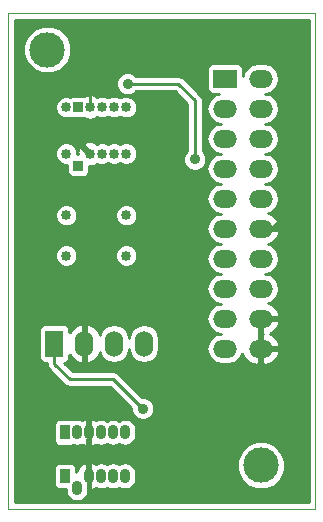
<source format=gbl>
G04 (created by PCBNEW (2013-07-07 BZR 4022)-stable) date 03/02/2014 00:35:57*
%MOIN*%
G04 Gerber Fmt 3.4, Leading zero omitted, Abs format*
%FSLAX34Y34*%
G01*
G70*
G90*
G04 APERTURE LIST*
%ADD10C,0.00590551*%
%ADD11C,0.00393701*%
%ADD12C,0.0334646*%
%ADD13R,0.0787X0.06*%
%ADD14O,0.0787X0.06*%
%ADD15R,0.06X0.0866*%
%ADD16O,0.06X0.0866*%
%ADD17R,0.0334646X0.0334646*%
%ADD18R,0.0346457X0.0472441*%
%ADD19O,0.0346457X0.0472441*%
%ADD20C,0.1181*%
%ADD21C,0.035*%
%ADD22C,0.01*%
G04 APERTURE END LIST*
G54D10*
G54D11*
X10236Y-16535D02*
X10236Y-13779D01*
X0Y-16535D02*
X10236Y-16535D01*
X0Y-13779D02*
X0Y-16535D01*
X0Y0D02*
X10236Y0D01*
X0Y-13779D02*
X0Y0D01*
X10236Y0D02*
X10236Y-13779D01*
G54D12*
X1928Y-6742D03*
X3928Y-6742D03*
G54D13*
X7219Y-2187D03*
G54D14*
X8413Y-2187D03*
X7219Y-3187D03*
X8413Y-3187D03*
X7219Y-4187D03*
X8413Y-4187D03*
X7219Y-5187D03*
X8413Y-5187D03*
X7219Y-6187D03*
X8413Y-6187D03*
X7219Y-7187D03*
X8413Y-7187D03*
X7219Y-8187D03*
X8413Y-8187D03*
X7219Y-9187D03*
X8413Y-9187D03*
X7219Y-10187D03*
X8413Y-10187D03*
X7219Y-11187D03*
X8413Y-11187D03*
G54D15*
X1531Y-11023D03*
G54D16*
X2531Y-11023D03*
X3531Y-11023D03*
X4531Y-11023D03*
G54D12*
X2728Y-4692D03*
X3128Y-4692D03*
G54D17*
X2328Y-5092D03*
G54D12*
X3528Y-4692D03*
X1928Y-4692D03*
X3928Y-4692D03*
X2728Y-3142D03*
X3128Y-3142D03*
G54D17*
X2328Y-3142D03*
G54D12*
X3528Y-3142D03*
X1928Y-3142D03*
X3928Y-3142D03*
G54D18*
X1889Y-15433D03*
G54D19*
X2289Y-15833D03*
X2689Y-15433D03*
X3089Y-15433D03*
X3489Y-15433D03*
X3889Y-15433D03*
G54D18*
X1889Y-13976D03*
G54D19*
X2289Y-13976D03*
X2689Y-13976D03*
X3089Y-13976D03*
X3489Y-13976D03*
X3889Y-13976D03*
G54D12*
X1928Y-8092D03*
X3928Y-8092D03*
G54D20*
X8425Y-15078D03*
X1299Y-1220D03*
G54D21*
X3976Y-2362D03*
X6220Y-4881D03*
X4488Y-13188D03*
G54D22*
X5669Y-2362D02*
X3976Y-2362D01*
X6220Y-2913D02*
X5669Y-2362D01*
X6220Y-4881D02*
X6220Y-2913D01*
X2728Y-3142D02*
X2728Y-2153D01*
X8757Y-7187D02*
X8316Y-7187D01*
X9448Y-6496D02*
X8757Y-7187D01*
X9448Y-2007D02*
X9448Y-6496D01*
X8425Y-984D02*
X9448Y-2007D01*
X3897Y-984D02*
X8425Y-984D01*
X2728Y-2153D02*
X3897Y-984D01*
X1531Y-11688D02*
X1531Y-11023D01*
X2047Y-12204D02*
X1531Y-11688D01*
X3503Y-12204D02*
X2047Y-12204D01*
X4488Y-13188D02*
X3503Y-12204D01*
G54D10*
G36*
X2753Y-3085D02*
X2753Y-3199D01*
X2734Y-3218D01*
X2728Y-3213D01*
X2723Y-3218D01*
X2703Y-3199D01*
X2703Y-3085D01*
X2723Y-3066D01*
X2728Y-3071D01*
X2734Y-3066D01*
X2753Y-3085D01*
X2753Y-3085D01*
G37*
G54D22*
X2753Y-3085D02*
X2753Y-3199D01*
X2734Y-3218D01*
X2728Y-3213D01*
X2723Y-3218D01*
X2703Y-3199D01*
X2703Y-3085D01*
X2723Y-3066D01*
X2728Y-3071D01*
X2734Y-3066D01*
X2753Y-3085D01*
G54D10*
G36*
X10009Y-16308D02*
X9223Y-16308D01*
X9223Y-14920D01*
X9102Y-14627D01*
X9039Y-14564D01*
X9039Y-11322D01*
X9039Y-11052D01*
X9033Y-11016D01*
X8927Y-10828D01*
X8757Y-10694D01*
X8734Y-10687D01*
X8757Y-10681D01*
X8927Y-10547D01*
X9033Y-10358D01*
X9039Y-10322D01*
X9039Y-10052D01*
X9033Y-10016D01*
X8927Y-9828D01*
X8757Y-9694D01*
X8660Y-9666D01*
X8712Y-9656D01*
X8877Y-9546D01*
X8987Y-9381D01*
X9025Y-9187D01*
X8987Y-8993D01*
X8877Y-8828D01*
X8712Y-8718D01*
X8556Y-8687D01*
X8712Y-8656D01*
X8877Y-8546D01*
X8987Y-8381D01*
X9025Y-8187D01*
X8987Y-7993D01*
X8877Y-7828D01*
X8712Y-7718D01*
X8660Y-7708D01*
X8757Y-7681D01*
X8927Y-7547D01*
X9033Y-7358D01*
X9039Y-7322D01*
X8991Y-7237D01*
X8463Y-7237D01*
X8463Y-7245D01*
X8363Y-7245D01*
X8363Y-7237D01*
X8355Y-7237D01*
X8355Y-7137D01*
X8363Y-7137D01*
X8363Y-7129D01*
X8463Y-7129D01*
X8463Y-7137D01*
X8991Y-7137D01*
X9039Y-7052D01*
X9033Y-7016D01*
X8927Y-6828D01*
X8757Y-6694D01*
X8660Y-6666D01*
X8712Y-6656D01*
X8877Y-6546D01*
X8987Y-6381D01*
X9025Y-6187D01*
X8987Y-5993D01*
X8877Y-5828D01*
X8712Y-5718D01*
X8556Y-5687D01*
X8712Y-5656D01*
X8877Y-5546D01*
X8987Y-5381D01*
X9025Y-5187D01*
X8987Y-4993D01*
X8877Y-4828D01*
X8712Y-4718D01*
X8556Y-4687D01*
X8712Y-4656D01*
X8877Y-4546D01*
X8987Y-4381D01*
X9025Y-4187D01*
X8987Y-3993D01*
X8877Y-3828D01*
X8712Y-3718D01*
X8556Y-3687D01*
X8712Y-3656D01*
X8877Y-3546D01*
X8987Y-3381D01*
X9025Y-3187D01*
X8987Y-2993D01*
X8877Y-2828D01*
X8712Y-2718D01*
X8556Y-2687D01*
X8712Y-2656D01*
X8877Y-2546D01*
X8987Y-2381D01*
X9025Y-2187D01*
X8987Y-1993D01*
X8877Y-1828D01*
X8712Y-1718D01*
X8518Y-1680D01*
X8307Y-1680D01*
X8113Y-1718D01*
X7949Y-1828D01*
X7839Y-1993D01*
X7820Y-2088D01*
X7820Y-1846D01*
X7788Y-1770D01*
X7730Y-1712D01*
X7654Y-1680D01*
X7571Y-1680D01*
X6784Y-1680D01*
X6708Y-1711D01*
X6649Y-1770D01*
X6618Y-1846D01*
X6618Y-1928D01*
X6618Y-2528D01*
X6649Y-2605D01*
X6707Y-2663D01*
X6784Y-2695D01*
X6866Y-2695D01*
X7038Y-2695D01*
X6919Y-2718D01*
X6755Y-2828D01*
X6645Y-2993D01*
X6606Y-3187D01*
X6645Y-3381D01*
X6755Y-3546D01*
X6919Y-3656D01*
X7076Y-3687D01*
X6919Y-3718D01*
X6755Y-3828D01*
X6645Y-3993D01*
X6606Y-4187D01*
X6645Y-4381D01*
X6755Y-4546D01*
X6919Y-4656D01*
X7076Y-4687D01*
X6919Y-4718D01*
X6755Y-4828D01*
X6645Y-4993D01*
X6606Y-5187D01*
X6645Y-5381D01*
X6755Y-5546D01*
X6919Y-5656D01*
X7076Y-5687D01*
X6919Y-5718D01*
X6755Y-5828D01*
X6645Y-5993D01*
X6606Y-6187D01*
X6645Y-6381D01*
X6755Y-6546D01*
X6919Y-6656D01*
X7076Y-6687D01*
X6919Y-6718D01*
X6755Y-6828D01*
X6645Y-6993D01*
X6606Y-7187D01*
X6645Y-7381D01*
X6755Y-7546D01*
X6919Y-7656D01*
X7076Y-7687D01*
X6919Y-7718D01*
X6755Y-7828D01*
X6645Y-7993D01*
X6606Y-8187D01*
X6645Y-8381D01*
X6755Y-8546D01*
X6919Y-8656D01*
X7076Y-8687D01*
X6919Y-8718D01*
X6755Y-8828D01*
X6645Y-8993D01*
X6606Y-9187D01*
X6645Y-9381D01*
X6755Y-9546D01*
X6919Y-9656D01*
X7076Y-9687D01*
X6919Y-9718D01*
X6755Y-9828D01*
X6645Y-9993D01*
X6606Y-10187D01*
X6645Y-10381D01*
X6755Y-10546D01*
X6919Y-10656D01*
X7076Y-10687D01*
X6919Y-10718D01*
X6755Y-10828D01*
X6645Y-10993D01*
X6606Y-11187D01*
X6645Y-11381D01*
X6755Y-11546D01*
X6919Y-11656D01*
X7113Y-11695D01*
X7324Y-11695D01*
X7518Y-11656D01*
X7683Y-11546D01*
X7793Y-11381D01*
X7796Y-11365D01*
X7898Y-11547D01*
X8068Y-11681D01*
X8276Y-11739D01*
X8363Y-11677D01*
X8363Y-11237D01*
X8355Y-11237D01*
X8355Y-11137D01*
X8363Y-11137D01*
X8363Y-10698D01*
X8348Y-10687D01*
X8363Y-10677D01*
X8363Y-10237D01*
X8355Y-10237D01*
X8355Y-10137D01*
X8363Y-10137D01*
X8363Y-10129D01*
X8463Y-10129D01*
X8463Y-10137D01*
X8991Y-10137D01*
X9039Y-10052D01*
X9039Y-10322D01*
X8991Y-10237D01*
X8463Y-10237D01*
X8463Y-10677D01*
X8477Y-10687D01*
X8463Y-10698D01*
X8463Y-11137D01*
X8991Y-11137D01*
X9039Y-11052D01*
X9039Y-11322D01*
X8991Y-11237D01*
X8463Y-11237D01*
X8463Y-11677D01*
X8550Y-11739D01*
X8757Y-11681D01*
X8927Y-11547D01*
X9033Y-11358D01*
X9039Y-11322D01*
X9039Y-14564D01*
X8877Y-14402D01*
X8584Y-14280D01*
X8267Y-14280D01*
X7973Y-14401D01*
X7749Y-14626D01*
X7627Y-14919D01*
X7627Y-15236D01*
X7748Y-15530D01*
X7972Y-15754D01*
X8265Y-15876D01*
X8583Y-15876D01*
X8876Y-15755D01*
X9101Y-15531D01*
X9223Y-15238D01*
X9223Y-14920D01*
X9223Y-16308D01*
X6603Y-16308D01*
X6603Y-4806D01*
X6544Y-4665D01*
X6477Y-4598D01*
X6477Y-2913D01*
X6477Y-2913D01*
X6477Y-2913D01*
X6474Y-2897D01*
X6458Y-2814D01*
X6402Y-2731D01*
X6402Y-2731D01*
X5851Y-2180D01*
X5767Y-2124D01*
X5669Y-2104D01*
X4259Y-2104D01*
X4193Y-2038D01*
X4052Y-1979D01*
X3900Y-1979D01*
X3760Y-2037D01*
X3652Y-2145D01*
X3593Y-2285D01*
X3593Y-2437D01*
X3651Y-2578D01*
X3759Y-2686D01*
X3899Y-2744D01*
X4052Y-2744D01*
X4192Y-2686D01*
X4259Y-2619D01*
X5562Y-2619D01*
X5962Y-3020D01*
X5962Y-4598D01*
X5896Y-4664D01*
X5838Y-4805D01*
X5837Y-4957D01*
X5896Y-5098D01*
X6003Y-5205D01*
X6144Y-5264D01*
X6296Y-5264D01*
X6436Y-5206D01*
X6544Y-5098D01*
X6602Y-4958D01*
X6603Y-4806D01*
X6603Y-16308D01*
X5038Y-16308D01*
X5038Y-11169D01*
X5038Y-10878D01*
X5000Y-10683D01*
X4890Y-10519D01*
X4725Y-10409D01*
X4531Y-10370D01*
X4337Y-10409D01*
X4303Y-10431D01*
X4303Y-8018D01*
X4303Y-6668D01*
X4303Y-4618D01*
X4303Y-3068D01*
X4246Y-2930D01*
X4141Y-2824D01*
X4003Y-2767D01*
X3854Y-2767D01*
X3728Y-2819D01*
X3603Y-2767D01*
X3454Y-2767D01*
X3328Y-2819D01*
X3203Y-2767D01*
X3054Y-2767D01*
X2942Y-2813D01*
X2936Y-2771D01*
X2778Y-2719D01*
X2613Y-2732D01*
X2529Y-2767D01*
X2454Y-2767D01*
X2120Y-2767D01*
X2097Y-2777D01*
X2097Y-1062D01*
X1976Y-769D01*
X1751Y-544D01*
X1458Y-422D01*
X1141Y-422D01*
X847Y-543D01*
X623Y-767D01*
X501Y-1061D01*
X501Y-1378D01*
X622Y-1671D01*
X846Y-1896D01*
X1139Y-2018D01*
X1457Y-2018D01*
X1750Y-1897D01*
X1975Y-1673D01*
X2097Y-1379D01*
X2097Y-1062D01*
X2097Y-2777D01*
X2061Y-2791D01*
X2003Y-2767D01*
X1854Y-2767D01*
X1716Y-2824D01*
X1611Y-2929D01*
X1554Y-3067D01*
X1553Y-3216D01*
X1610Y-3354D01*
X1716Y-3460D01*
X1853Y-3517D01*
X2002Y-3517D01*
X2061Y-3493D01*
X2119Y-3517D01*
X2202Y-3517D01*
X2531Y-3517D01*
X2678Y-3565D01*
X2844Y-3552D01*
X2936Y-3513D01*
X2942Y-3470D01*
X3053Y-3517D01*
X3202Y-3517D01*
X3328Y-3465D01*
X3453Y-3517D01*
X3602Y-3517D01*
X3728Y-3465D01*
X3853Y-3517D01*
X4002Y-3517D01*
X4140Y-3460D01*
X4246Y-3355D01*
X4303Y-3217D01*
X4303Y-3068D01*
X4303Y-4618D01*
X4246Y-4480D01*
X4141Y-4374D01*
X4003Y-4317D01*
X3854Y-4317D01*
X3728Y-4369D01*
X3603Y-4317D01*
X3454Y-4317D01*
X3328Y-4369D01*
X3203Y-4317D01*
X3054Y-4317D01*
X2942Y-4363D01*
X2936Y-4321D01*
X2778Y-4269D01*
X2613Y-4282D01*
X2520Y-4321D01*
X2509Y-4402D01*
X2728Y-4621D01*
X2734Y-4616D01*
X2753Y-4635D01*
X2753Y-4749D01*
X2734Y-4768D01*
X2728Y-4763D01*
X2723Y-4768D01*
X2652Y-4698D01*
X2658Y-4692D01*
X2439Y-4473D01*
X2357Y-4484D01*
X2306Y-4642D01*
X2312Y-4717D01*
X2303Y-4717D01*
X2303Y-4618D01*
X2246Y-4480D01*
X2141Y-4374D01*
X2003Y-4317D01*
X1854Y-4317D01*
X1716Y-4374D01*
X1611Y-4479D01*
X1554Y-4617D01*
X1553Y-4766D01*
X1610Y-4904D01*
X1716Y-5010D01*
X1853Y-5067D01*
X1953Y-5067D01*
X1953Y-5300D01*
X1985Y-5377D01*
X2043Y-5435D01*
X2119Y-5467D01*
X2202Y-5467D01*
X2537Y-5467D01*
X2613Y-5435D01*
X2671Y-5377D01*
X2703Y-5301D01*
X2703Y-5218D01*
X2703Y-5113D01*
X2844Y-5102D01*
X2936Y-5063D01*
X2942Y-5020D01*
X3053Y-5067D01*
X3202Y-5067D01*
X3328Y-5015D01*
X3453Y-5067D01*
X3602Y-5067D01*
X3728Y-5015D01*
X3853Y-5067D01*
X4002Y-5067D01*
X4140Y-5010D01*
X4246Y-4905D01*
X4303Y-4767D01*
X4303Y-4618D01*
X4303Y-6668D01*
X4246Y-6530D01*
X4141Y-6424D01*
X4003Y-6367D01*
X3854Y-6367D01*
X3716Y-6424D01*
X3611Y-6529D01*
X3554Y-6667D01*
X3553Y-6816D01*
X3610Y-6954D01*
X3716Y-7060D01*
X3853Y-7117D01*
X4002Y-7117D01*
X4140Y-7060D01*
X4246Y-6955D01*
X4303Y-6817D01*
X4303Y-6668D01*
X4303Y-8018D01*
X4246Y-7880D01*
X4141Y-7774D01*
X4003Y-7717D01*
X3854Y-7717D01*
X3716Y-7774D01*
X3611Y-7879D01*
X3554Y-8017D01*
X3553Y-8166D01*
X3610Y-8304D01*
X3716Y-8410D01*
X3853Y-8467D01*
X4002Y-8467D01*
X4140Y-8410D01*
X4246Y-8305D01*
X4303Y-8167D01*
X4303Y-8018D01*
X4303Y-10431D01*
X4172Y-10519D01*
X4062Y-10683D01*
X4031Y-10840D01*
X4000Y-10683D01*
X3890Y-10519D01*
X3725Y-10409D01*
X3531Y-10370D01*
X3337Y-10409D01*
X3172Y-10519D01*
X3062Y-10683D01*
X3051Y-10739D01*
X3020Y-10633D01*
X2885Y-10466D01*
X2695Y-10363D01*
X2666Y-10357D01*
X2581Y-10405D01*
X2581Y-10973D01*
X2589Y-10973D01*
X2589Y-11073D01*
X2581Y-11073D01*
X2581Y-11641D01*
X2666Y-11689D01*
X2695Y-11683D01*
X2885Y-11580D01*
X3020Y-11413D01*
X3051Y-11307D01*
X3062Y-11363D01*
X3172Y-11528D01*
X3337Y-11638D01*
X3531Y-11676D01*
X3725Y-11638D01*
X3890Y-11528D01*
X4000Y-11363D01*
X4031Y-11206D01*
X4062Y-11363D01*
X4172Y-11528D01*
X4337Y-11638D01*
X4531Y-11676D01*
X4725Y-11638D01*
X4890Y-11528D01*
X5000Y-11363D01*
X5038Y-11169D01*
X5038Y-16308D01*
X4870Y-16308D01*
X4870Y-13113D01*
X4812Y-12972D01*
X4705Y-12864D01*
X4564Y-12806D01*
X4469Y-12806D01*
X3686Y-12022D01*
X3602Y-11966D01*
X3503Y-11947D01*
X2153Y-11947D01*
X1870Y-11664D01*
X1872Y-11664D01*
X1948Y-11632D01*
X2007Y-11574D01*
X2038Y-11498D01*
X2039Y-11415D01*
X2039Y-11401D01*
X2042Y-11413D01*
X2177Y-11580D01*
X2367Y-11683D01*
X2396Y-11689D01*
X2481Y-11641D01*
X2481Y-11073D01*
X2473Y-11073D01*
X2473Y-10973D01*
X2481Y-10973D01*
X2481Y-10405D01*
X2396Y-10357D01*
X2367Y-10363D01*
X2303Y-10397D01*
X2303Y-8018D01*
X2303Y-6668D01*
X2246Y-6530D01*
X2141Y-6424D01*
X2003Y-6367D01*
X1854Y-6367D01*
X1716Y-6424D01*
X1611Y-6529D01*
X1554Y-6667D01*
X1553Y-6816D01*
X1610Y-6954D01*
X1716Y-7060D01*
X1853Y-7117D01*
X2002Y-7117D01*
X2140Y-7060D01*
X2246Y-6955D01*
X2303Y-6817D01*
X2303Y-6668D01*
X2303Y-8018D01*
X2246Y-7880D01*
X2141Y-7774D01*
X2003Y-7717D01*
X1854Y-7717D01*
X1716Y-7774D01*
X1611Y-7879D01*
X1554Y-8017D01*
X1553Y-8166D01*
X1610Y-8304D01*
X1716Y-8410D01*
X1853Y-8467D01*
X2002Y-8467D01*
X2140Y-8410D01*
X2246Y-8305D01*
X2303Y-8167D01*
X2303Y-8018D01*
X2303Y-10397D01*
X2177Y-10466D01*
X2042Y-10633D01*
X2039Y-10645D01*
X2039Y-10549D01*
X2007Y-10473D01*
X1949Y-10414D01*
X1872Y-10383D01*
X1790Y-10383D01*
X1190Y-10383D01*
X1114Y-10414D01*
X1055Y-10472D01*
X1024Y-10549D01*
X1023Y-10631D01*
X1023Y-11497D01*
X1055Y-11573D01*
X1113Y-11632D01*
X1190Y-11664D01*
X1272Y-11664D01*
X1274Y-11664D01*
X1274Y-11688D01*
X1293Y-11787D01*
X1349Y-11871D01*
X1865Y-12386D01*
X1865Y-12386D01*
X1948Y-12442D01*
X2047Y-12462D01*
X2047Y-12462D01*
X2047Y-12462D01*
X3397Y-12462D01*
X4105Y-13170D01*
X4105Y-13264D01*
X4163Y-13405D01*
X4271Y-13513D01*
X4411Y-13571D01*
X4563Y-13571D01*
X4704Y-13513D01*
X4812Y-13405D01*
X4870Y-13265D01*
X4870Y-13113D01*
X4870Y-16308D01*
X4270Y-16308D01*
X4270Y-15504D01*
X4270Y-15361D01*
X4270Y-14048D01*
X4270Y-13904D01*
X4241Y-13759D01*
X4158Y-13635D01*
X4035Y-13552D01*
X3889Y-13523D01*
X3744Y-13552D01*
X3689Y-13589D01*
X3635Y-13552D01*
X3489Y-13523D01*
X3344Y-13552D01*
X3289Y-13589D01*
X3235Y-13552D01*
X3089Y-13523D01*
X2944Y-13552D01*
X2924Y-13565D01*
X2804Y-13506D01*
X2739Y-13556D01*
X2739Y-13756D01*
X2738Y-13759D01*
X2709Y-13904D01*
X2709Y-14048D01*
X2738Y-14193D01*
X2739Y-14196D01*
X2739Y-14396D01*
X2804Y-14446D01*
X2924Y-14386D01*
X2944Y-14399D01*
X3089Y-14428D01*
X3235Y-14399D01*
X3289Y-14363D01*
X3344Y-14399D01*
X3489Y-14428D01*
X3635Y-14399D01*
X3689Y-14363D01*
X3744Y-14399D01*
X3889Y-14428D01*
X4035Y-14399D01*
X4158Y-14317D01*
X4241Y-14193D01*
X4270Y-14048D01*
X4270Y-15361D01*
X4241Y-15215D01*
X4158Y-15092D01*
X4035Y-15009D01*
X3889Y-14980D01*
X3744Y-15009D01*
X3689Y-15045D01*
X3635Y-15009D01*
X3489Y-14980D01*
X3344Y-15009D01*
X3289Y-15045D01*
X3235Y-15009D01*
X3089Y-14980D01*
X2944Y-15009D01*
X2924Y-15022D01*
X2804Y-14962D01*
X2739Y-15012D01*
X2739Y-15213D01*
X2738Y-15215D01*
X2709Y-15361D01*
X2709Y-15504D01*
X2738Y-15650D01*
X2739Y-15653D01*
X2739Y-15853D01*
X2804Y-15903D01*
X2924Y-15843D01*
X2944Y-15856D01*
X3089Y-15885D01*
X3235Y-15856D01*
X3289Y-15820D01*
X3344Y-15856D01*
X3489Y-15885D01*
X3635Y-15856D01*
X3689Y-15820D01*
X3744Y-15856D01*
X3889Y-15885D01*
X4035Y-15856D01*
X4158Y-15773D01*
X4241Y-15650D01*
X4270Y-15504D01*
X4270Y-16308D01*
X2670Y-16308D01*
X2670Y-15904D01*
X2670Y-15761D01*
X2670Y-14048D01*
X2670Y-13904D01*
X2641Y-13759D01*
X2639Y-13756D01*
X2639Y-13556D01*
X2574Y-13506D01*
X2454Y-13565D01*
X2435Y-13552D01*
X2289Y-13523D01*
X2150Y-13551D01*
X2104Y-13532D01*
X2021Y-13532D01*
X1675Y-13532D01*
X1599Y-13564D01*
X1540Y-13622D01*
X1509Y-13698D01*
X1509Y-13781D01*
X1509Y-14253D01*
X1540Y-14329D01*
X1598Y-14388D01*
X1675Y-14420D01*
X1757Y-14420D01*
X2104Y-14420D01*
X2150Y-14401D01*
X2289Y-14428D01*
X2435Y-14399D01*
X2454Y-14386D01*
X2574Y-14446D01*
X2639Y-14396D01*
X2639Y-14196D01*
X2641Y-14193D01*
X2670Y-14048D01*
X2670Y-15761D01*
X2641Y-15615D01*
X2639Y-15613D01*
X2639Y-15483D01*
X2631Y-15483D01*
X2631Y-15383D01*
X2639Y-15383D01*
X2639Y-15012D01*
X2574Y-14962D01*
X2430Y-15034D01*
X2321Y-15159D01*
X2270Y-15311D01*
X2270Y-15155D01*
X2238Y-15079D01*
X2180Y-15021D01*
X2104Y-14989D01*
X2021Y-14989D01*
X1675Y-14989D01*
X1599Y-15020D01*
X1540Y-15079D01*
X1509Y-15155D01*
X1509Y-15237D01*
X1509Y-15710D01*
X1540Y-15786D01*
X1598Y-15845D01*
X1675Y-15876D01*
X1757Y-15876D01*
X1909Y-15876D01*
X1909Y-15904D01*
X1938Y-16050D01*
X2020Y-16173D01*
X2144Y-16256D01*
X2289Y-16285D01*
X2435Y-16256D01*
X2558Y-16173D01*
X2641Y-16050D01*
X2670Y-15904D01*
X2670Y-16308D01*
X227Y-16308D01*
X227Y-13779D01*
X227Y-227D01*
X10009Y-227D01*
X10009Y-13779D01*
X10009Y-16308D01*
X10009Y-16308D01*
G37*
G54D22*
X10009Y-16308D02*
X9223Y-16308D01*
X9223Y-14920D01*
X9102Y-14627D01*
X9039Y-14564D01*
X9039Y-11322D01*
X9039Y-11052D01*
X9033Y-11016D01*
X8927Y-10828D01*
X8757Y-10694D01*
X8734Y-10687D01*
X8757Y-10681D01*
X8927Y-10547D01*
X9033Y-10358D01*
X9039Y-10322D01*
X9039Y-10052D01*
X9033Y-10016D01*
X8927Y-9828D01*
X8757Y-9694D01*
X8660Y-9666D01*
X8712Y-9656D01*
X8877Y-9546D01*
X8987Y-9381D01*
X9025Y-9187D01*
X8987Y-8993D01*
X8877Y-8828D01*
X8712Y-8718D01*
X8556Y-8687D01*
X8712Y-8656D01*
X8877Y-8546D01*
X8987Y-8381D01*
X9025Y-8187D01*
X8987Y-7993D01*
X8877Y-7828D01*
X8712Y-7718D01*
X8660Y-7708D01*
X8757Y-7681D01*
X8927Y-7547D01*
X9033Y-7358D01*
X9039Y-7322D01*
X8991Y-7237D01*
X8463Y-7237D01*
X8463Y-7245D01*
X8363Y-7245D01*
X8363Y-7237D01*
X8355Y-7237D01*
X8355Y-7137D01*
X8363Y-7137D01*
X8363Y-7129D01*
X8463Y-7129D01*
X8463Y-7137D01*
X8991Y-7137D01*
X9039Y-7052D01*
X9033Y-7016D01*
X8927Y-6828D01*
X8757Y-6694D01*
X8660Y-6666D01*
X8712Y-6656D01*
X8877Y-6546D01*
X8987Y-6381D01*
X9025Y-6187D01*
X8987Y-5993D01*
X8877Y-5828D01*
X8712Y-5718D01*
X8556Y-5687D01*
X8712Y-5656D01*
X8877Y-5546D01*
X8987Y-5381D01*
X9025Y-5187D01*
X8987Y-4993D01*
X8877Y-4828D01*
X8712Y-4718D01*
X8556Y-4687D01*
X8712Y-4656D01*
X8877Y-4546D01*
X8987Y-4381D01*
X9025Y-4187D01*
X8987Y-3993D01*
X8877Y-3828D01*
X8712Y-3718D01*
X8556Y-3687D01*
X8712Y-3656D01*
X8877Y-3546D01*
X8987Y-3381D01*
X9025Y-3187D01*
X8987Y-2993D01*
X8877Y-2828D01*
X8712Y-2718D01*
X8556Y-2687D01*
X8712Y-2656D01*
X8877Y-2546D01*
X8987Y-2381D01*
X9025Y-2187D01*
X8987Y-1993D01*
X8877Y-1828D01*
X8712Y-1718D01*
X8518Y-1680D01*
X8307Y-1680D01*
X8113Y-1718D01*
X7949Y-1828D01*
X7839Y-1993D01*
X7820Y-2088D01*
X7820Y-1846D01*
X7788Y-1770D01*
X7730Y-1712D01*
X7654Y-1680D01*
X7571Y-1680D01*
X6784Y-1680D01*
X6708Y-1711D01*
X6649Y-1770D01*
X6618Y-1846D01*
X6618Y-1928D01*
X6618Y-2528D01*
X6649Y-2605D01*
X6707Y-2663D01*
X6784Y-2695D01*
X6866Y-2695D01*
X7038Y-2695D01*
X6919Y-2718D01*
X6755Y-2828D01*
X6645Y-2993D01*
X6606Y-3187D01*
X6645Y-3381D01*
X6755Y-3546D01*
X6919Y-3656D01*
X7076Y-3687D01*
X6919Y-3718D01*
X6755Y-3828D01*
X6645Y-3993D01*
X6606Y-4187D01*
X6645Y-4381D01*
X6755Y-4546D01*
X6919Y-4656D01*
X7076Y-4687D01*
X6919Y-4718D01*
X6755Y-4828D01*
X6645Y-4993D01*
X6606Y-5187D01*
X6645Y-5381D01*
X6755Y-5546D01*
X6919Y-5656D01*
X7076Y-5687D01*
X6919Y-5718D01*
X6755Y-5828D01*
X6645Y-5993D01*
X6606Y-6187D01*
X6645Y-6381D01*
X6755Y-6546D01*
X6919Y-6656D01*
X7076Y-6687D01*
X6919Y-6718D01*
X6755Y-6828D01*
X6645Y-6993D01*
X6606Y-7187D01*
X6645Y-7381D01*
X6755Y-7546D01*
X6919Y-7656D01*
X7076Y-7687D01*
X6919Y-7718D01*
X6755Y-7828D01*
X6645Y-7993D01*
X6606Y-8187D01*
X6645Y-8381D01*
X6755Y-8546D01*
X6919Y-8656D01*
X7076Y-8687D01*
X6919Y-8718D01*
X6755Y-8828D01*
X6645Y-8993D01*
X6606Y-9187D01*
X6645Y-9381D01*
X6755Y-9546D01*
X6919Y-9656D01*
X7076Y-9687D01*
X6919Y-9718D01*
X6755Y-9828D01*
X6645Y-9993D01*
X6606Y-10187D01*
X6645Y-10381D01*
X6755Y-10546D01*
X6919Y-10656D01*
X7076Y-10687D01*
X6919Y-10718D01*
X6755Y-10828D01*
X6645Y-10993D01*
X6606Y-11187D01*
X6645Y-11381D01*
X6755Y-11546D01*
X6919Y-11656D01*
X7113Y-11695D01*
X7324Y-11695D01*
X7518Y-11656D01*
X7683Y-11546D01*
X7793Y-11381D01*
X7796Y-11365D01*
X7898Y-11547D01*
X8068Y-11681D01*
X8276Y-11739D01*
X8363Y-11677D01*
X8363Y-11237D01*
X8355Y-11237D01*
X8355Y-11137D01*
X8363Y-11137D01*
X8363Y-10698D01*
X8348Y-10687D01*
X8363Y-10677D01*
X8363Y-10237D01*
X8355Y-10237D01*
X8355Y-10137D01*
X8363Y-10137D01*
X8363Y-10129D01*
X8463Y-10129D01*
X8463Y-10137D01*
X8991Y-10137D01*
X9039Y-10052D01*
X9039Y-10322D01*
X8991Y-10237D01*
X8463Y-10237D01*
X8463Y-10677D01*
X8477Y-10687D01*
X8463Y-10698D01*
X8463Y-11137D01*
X8991Y-11137D01*
X9039Y-11052D01*
X9039Y-11322D01*
X8991Y-11237D01*
X8463Y-11237D01*
X8463Y-11677D01*
X8550Y-11739D01*
X8757Y-11681D01*
X8927Y-11547D01*
X9033Y-11358D01*
X9039Y-11322D01*
X9039Y-14564D01*
X8877Y-14402D01*
X8584Y-14280D01*
X8267Y-14280D01*
X7973Y-14401D01*
X7749Y-14626D01*
X7627Y-14919D01*
X7627Y-15236D01*
X7748Y-15530D01*
X7972Y-15754D01*
X8265Y-15876D01*
X8583Y-15876D01*
X8876Y-15755D01*
X9101Y-15531D01*
X9223Y-15238D01*
X9223Y-14920D01*
X9223Y-16308D01*
X6603Y-16308D01*
X6603Y-4806D01*
X6544Y-4665D01*
X6477Y-4598D01*
X6477Y-2913D01*
X6477Y-2913D01*
X6477Y-2913D01*
X6474Y-2897D01*
X6458Y-2814D01*
X6402Y-2731D01*
X6402Y-2731D01*
X5851Y-2180D01*
X5767Y-2124D01*
X5669Y-2104D01*
X4259Y-2104D01*
X4193Y-2038D01*
X4052Y-1979D01*
X3900Y-1979D01*
X3760Y-2037D01*
X3652Y-2145D01*
X3593Y-2285D01*
X3593Y-2437D01*
X3651Y-2578D01*
X3759Y-2686D01*
X3899Y-2744D01*
X4052Y-2744D01*
X4192Y-2686D01*
X4259Y-2619D01*
X5562Y-2619D01*
X5962Y-3020D01*
X5962Y-4598D01*
X5896Y-4664D01*
X5838Y-4805D01*
X5837Y-4957D01*
X5896Y-5098D01*
X6003Y-5205D01*
X6144Y-5264D01*
X6296Y-5264D01*
X6436Y-5206D01*
X6544Y-5098D01*
X6602Y-4958D01*
X6603Y-4806D01*
X6603Y-16308D01*
X5038Y-16308D01*
X5038Y-11169D01*
X5038Y-10878D01*
X5000Y-10683D01*
X4890Y-10519D01*
X4725Y-10409D01*
X4531Y-10370D01*
X4337Y-10409D01*
X4303Y-10431D01*
X4303Y-8018D01*
X4303Y-6668D01*
X4303Y-4618D01*
X4303Y-3068D01*
X4246Y-2930D01*
X4141Y-2824D01*
X4003Y-2767D01*
X3854Y-2767D01*
X3728Y-2819D01*
X3603Y-2767D01*
X3454Y-2767D01*
X3328Y-2819D01*
X3203Y-2767D01*
X3054Y-2767D01*
X2942Y-2813D01*
X2936Y-2771D01*
X2778Y-2719D01*
X2613Y-2732D01*
X2529Y-2767D01*
X2454Y-2767D01*
X2120Y-2767D01*
X2097Y-2777D01*
X2097Y-1062D01*
X1976Y-769D01*
X1751Y-544D01*
X1458Y-422D01*
X1141Y-422D01*
X847Y-543D01*
X623Y-767D01*
X501Y-1061D01*
X501Y-1378D01*
X622Y-1671D01*
X846Y-1896D01*
X1139Y-2018D01*
X1457Y-2018D01*
X1750Y-1897D01*
X1975Y-1673D01*
X2097Y-1379D01*
X2097Y-1062D01*
X2097Y-2777D01*
X2061Y-2791D01*
X2003Y-2767D01*
X1854Y-2767D01*
X1716Y-2824D01*
X1611Y-2929D01*
X1554Y-3067D01*
X1553Y-3216D01*
X1610Y-3354D01*
X1716Y-3460D01*
X1853Y-3517D01*
X2002Y-3517D01*
X2061Y-3493D01*
X2119Y-3517D01*
X2202Y-3517D01*
X2531Y-3517D01*
X2678Y-3565D01*
X2844Y-3552D01*
X2936Y-3513D01*
X2942Y-3470D01*
X3053Y-3517D01*
X3202Y-3517D01*
X3328Y-3465D01*
X3453Y-3517D01*
X3602Y-3517D01*
X3728Y-3465D01*
X3853Y-3517D01*
X4002Y-3517D01*
X4140Y-3460D01*
X4246Y-3355D01*
X4303Y-3217D01*
X4303Y-3068D01*
X4303Y-4618D01*
X4246Y-4480D01*
X4141Y-4374D01*
X4003Y-4317D01*
X3854Y-4317D01*
X3728Y-4369D01*
X3603Y-4317D01*
X3454Y-4317D01*
X3328Y-4369D01*
X3203Y-4317D01*
X3054Y-4317D01*
X2942Y-4363D01*
X2936Y-4321D01*
X2778Y-4269D01*
X2613Y-4282D01*
X2520Y-4321D01*
X2509Y-4402D01*
X2728Y-4621D01*
X2734Y-4616D01*
X2753Y-4635D01*
X2753Y-4749D01*
X2734Y-4768D01*
X2728Y-4763D01*
X2723Y-4768D01*
X2652Y-4698D01*
X2658Y-4692D01*
X2439Y-4473D01*
X2357Y-4484D01*
X2306Y-4642D01*
X2312Y-4717D01*
X2303Y-4717D01*
X2303Y-4618D01*
X2246Y-4480D01*
X2141Y-4374D01*
X2003Y-4317D01*
X1854Y-4317D01*
X1716Y-4374D01*
X1611Y-4479D01*
X1554Y-4617D01*
X1553Y-4766D01*
X1610Y-4904D01*
X1716Y-5010D01*
X1853Y-5067D01*
X1953Y-5067D01*
X1953Y-5300D01*
X1985Y-5377D01*
X2043Y-5435D01*
X2119Y-5467D01*
X2202Y-5467D01*
X2537Y-5467D01*
X2613Y-5435D01*
X2671Y-5377D01*
X2703Y-5301D01*
X2703Y-5218D01*
X2703Y-5113D01*
X2844Y-5102D01*
X2936Y-5063D01*
X2942Y-5020D01*
X3053Y-5067D01*
X3202Y-5067D01*
X3328Y-5015D01*
X3453Y-5067D01*
X3602Y-5067D01*
X3728Y-5015D01*
X3853Y-5067D01*
X4002Y-5067D01*
X4140Y-5010D01*
X4246Y-4905D01*
X4303Y-4767D01*
X4303Y-4618D01*
X4303Y-6668D01*
X4246Y-6530D01*
X4141Y-6424D01*
X4003Y-6367D01*
X3854Y-6367D01*
X3716Y-6424D01*
X3611Y-6529D01*
X3554Y-6667D01*
X3553Y-6816D01*
X3610Y-6954D01*
X3716Y-7060D01*
X3853Y-7117D01*
X4002Y-7117D01*
X4140Y-7060D01*
X4246Y-6955D01*
X4303Y-6817D01*
X4303Y-6668D01*
X4303Y-8018D01*
X4246Y-7880D01*
X4141Y-7774D01*
X4003Y-7717D01*
X3854Y-7717D01*
X3716Y-7774D01*
X3611Y-7879D01*
X3554Y-8017D01*
X3553Y-8166D01*
X3610Y-8304D01*
X3716Y-8410D01*
X3853Y-8467D01*
X4002Y-8467D01*
X4140Y-8410D01*
X4246Y-8305D01*
X4303Y-8167D01*
X4303Y-8018D01*
X4303Y-10431D01*
X4172Y-10519D01*
X4062Y-10683D01*
X4031Y-10840D01*
X4000Y-10683D01*
X3890Y-10519D01*
X3725Y-10409D01*
X3531Y-10370D01*
X3337Y-10409D01*
X3172Y-10519D01*
X3062Y-10683D01*
X3051Y-10739D01*
X3020Y-10633D01*
X2885Y-10466D01*
X2695Y-10363D01*
X2666Y-10357D01*
X2581Y-10405D01*
X2581Y-10973D01*
X2589Y-10973D01*
X2589Y-11073D01*
X2581Y-11073D01*
X2581Y-11641D01*
X2666Y-11689D01*
X2695Y-11683D01*
X2885Y-11580D01*
X3020Y-11413D01*
X3051Y-11307D01*
X3062Y-11363D01*
X3172Y-11528D01*
X3337Y-11638D01*
X3531Y-11676D01*
X3725Y-11638D01*
X3890Y-11528D01*
X4000Y-11363D01*
X4031Y-11206D01*
X4062Y-11363D01*
X4172Y-11528D01*
X4337Y-11638D01*
X4531Y-11676D01*
X4725Y-11638D01*
X4890Y-11528D01*
X5000Y-11363D01*
X5038Y-11169D01*
X5038Y-16308D01*
X4870Y-16308D01*
X4870Y-13113D01*
X4812Y-12972D01*
X4705Y-12864D01*
X4564Y-12806D01*
X4469Y-12806D01*
X3686Y-12022D01*
X3602Y-11966D01*
X3503Y-11947D01*
X2153Y-11947D01*
X1870Y-11664D01*
X1872Y-11664D01*
X1948Y-11632D01*
X2007Y-11574D01*
X2038Y-11498D01*
X2039Y-11415D01*
X2039Y-11401D01*
X2042Y-11413D01*
X2177Y-11580D01*
X2367Y-11683D01*
X2396Y-11689D01*
X2481Y-11641D01*
X2481Y-11073D01*
X2473Y-11073D01*
X2473Y-10973D01*
X2481Y-10973D01*
X2481Y-10405D01*
X2396Y-10357D01*
X2367Y-10363D01*
X2303Y-10397D01*
X2303Y-8018D01*
X2303Y-6668D01*
X2246Y-6530D01*
X2141Y-6424D01*
X2003Y-6367D01*
X1854Y-6367D01*
X1716Y-6424D01*
X1611Y-6529D01*
X1554Y-6667D01*
X1553Y-6816D01*
X1610Y-6954D01*
X1716Y-7060D01*
X1853Y-7117D01*
X2002Y-7117D01*
X2140Y-7060D01*
X2246Y-6955D01*
X2303Y-6817D01*
X2303Y-6668D01*
X2303Y-8018D01*
X2246Y-7880D01*
X2141Y-7774D01*
X2003Y-7717D01*
X1854Y-7717D01*
X1716Y-7774D01*
X1611Y-7879D01*
X1554Y-8017D01*
X1553Y-8166D01*
X1610Y-8304D01*
X1716Y-8410D01*
X1853Y-8467D01*
X2002Y-8467D01*
X2140Y-8410D01*
X2246Y-8305D01*
X2303Y-8167D01*
X2303Y-8018D01*
X2303Y-10397D01*
X2177Y-10466D01*
X2042Y-10633D01*
X2039Y-10645D01*
X2039Y-10549D01*
X2007Y-10473D01*
X1949Y-10414D01*
X1872Y-10383D01*
X1790Y-10383D01*
X1190Y-10383D01*
X1114Y-10414D01*
X1055Y-10472D01*
X1024Y-10549D01*
X1023Y-10631D01*
X1023Y-11497D01*
X1055Y-11573D01*
X1113Y-11632D01*
X1190Y-11664D01*
X1272Y-11664D01*
X1274Y-11664D01*
X1274Y-11688D01*
X1293Y-11787D01*
X1349Y-11871D01*
X1865Y-12386D01*
X1865Y-12386D01*
X1948Y-12442D01*
X2047Y-12462D01*
X2047Y-12462D01*
X2047Y-12462D01*
X3397Y-12462D01*
X4105Y-13170D01*
X4105Y-13264D01*
X4163Y-13405D01*
X4271Y-13513D01*
X4411Y-13571D01*
X4563Y-13571D01*
X4704Y-13513D01*
X4812Y-13405D01*
X4870Y-13265D01*
X4870Y-13113D01*
X4870Y-16308D01*
X4270Y-16308D01*
X4270Y-15504D01*
X4270Y-15361D01*
X4270Y-14048D01*
X4270Y-13904D01*
X4241Y-13759D01*
X4158Y-13635D01*
X4035Y-13552D01*
X3889Y-13523D01*
X3744Y-13552D01*
X3689Y-13589D01*
X3635Y-13552D01*
X3489Y-13523D01*
X3344Y-13552D01*
X3289Y-13589D01*
X3235Y-13552D01*
X3089Y-13523D01*
X2944Y-13552D01*
X2924Y-13565D01*
X2804Y-13506D01*
X2739Y-13556D01*
X2739Y-13756D01*
X2738Y-13759D01*
X2709Y-13904D01*
X2709Y-14048D01*
X2738Y-14193D01*
X2739Y-14196D01*
X2739Y-14396D01*
X2804Y-14446D01*
X2924Y-14386D01*
X2944Y-14399D01*
X3089Y-14428D01*
X3235Y-14399D01*
X3289Y-14363D01*
X3344Y-14399D01*
X3489Y-14428D01*
X3635Y-14399D01*
X3689Y-14363D01*
X3744Y-14399D01*
X3889Y-14428D01*
X4035Y-14399D01*
X4158Y-14317D01*
X4241Y-14193D01*
X4270Y-14048D01*
X4270Y-15361D01*
X4241Y-15215D01*
X4158Y-15092D01*
X4035Y-15009D01*
X3889Y-14980D01*
X3744Y-15009D01*
X3689Y-15045D01*
X3635Y-15009D01*
X3489Y-14980D01*
X3344Y-15009D01*
X3289Y-15045D01*
X3235Y-15009D01*
X3089Y-14980D01*
X2944Y-15009D01*
X2924Y-15022D01*
X2804Y-14962D01*
X2739Y-15012D01*
X2739Y-15213D01*
X2738Y-15215D01*
X2709Y-15361D01*
X2709Y-15504D01*
X2738Y-15650D01*
X2739Y-15653D01*
X2739Y-15853D01*
X2804Y-15903D01*
X2924Y-15843D01*
X2944Y-15856D01*
X3089Y-15885D01*
X3235Y-15856D01*
X3289Y-15820D01*
X3344Y-15856D01*
X3489Y-15885D01*
X3635Y-15856D01*
X3689Y-15820D01*
X3744Y-15856D01*
X3889Y-15885D01*
X4035Y-15856D01*
X4158Y-15773D01*
X4241Y-15650D01*
X4270Y-15504D01*
X4270Y-16308D01*
X2670Y-16308D01*
X2670Y-15904D01*
X2670Y-15761D01*
X2670Y-14048D01*
X2670Y-13904D01*
X2641Y-13759D01*
X2639Y-13756D01*
X2639Y-13556D01*
X2574Y-13506D01*
X2454Y-13565D01*
X2435Y-13552D01*
X2289Y-13523D01*
X2150Y-13551D01*
X2104Y-13532D01*
X2021Y-13532D01*
X1675Y-13532D01*
X1599Y-13564D01*
X1540Y-13622D01*
X1509Y-13698D01*
X1509Y-13781D01*
X1509Y-14253D01*
X1540Y-14329D01*
X1598Y-14388D01*
X1675Y-14420D01*
X1757Y-14420D01*
X2104Y-14420D01*
X2150Y-14401D01*
X2289Y-14428D01*
X2435Y-14399D01*
X2454Y-14386D01*
X2574Y-14446D01*
X2639Y-14396D01*
X2639Y-14196D01*
X2641Y-14193D01*
X2670Y-14048D01*
X2670Y-15761D01*
X2641Y-15615D01*
X2639Y-15613D01*
X2639Y-15483D01*
X2631Y-15483D01*
X2631Y-15383D01*
X2639Y-15383D01*
X2639Y-15012D01*
X2574Y-14962D01*
X2430Y-15034D01*
X2321Y-15159D01*
X2270Y-15311D01*
X2270Y-15155D01*
X2238Y-15079D01*
X2180Y-15021D01*
X2104Y-14989D01*
X2021Y-14989D01*
X1675Y-14989D01*
X1599Y-15020D01*
X1540Y-15079D01*
X1509Y-15155D01*
X1509Y-15237D01*
X1509Y-15710D01*
X1540Y-15786D01*
X1598Y-15845D01*
X1675Y-15876D01*
X1757Y-15876D01*
X1909Y-15876D01*
X1909Y-15904D01*
X1938Y-16050D01*
X2020Y-16173D01*
X2144Y-16256D01*
X2289Y-16285D01*
X2435Y-16256D01*
X2558Y-16173D01*
X2641Y-16050D01*
X2670Y-15904D01*
X2670Y-16308D01*
X227Y-16308D01*
X227Y-13779D01*
X227Y-227D01*
X10009Y-227D01*
X10009Y-13779D01*
X10009Y-16308D01*
M02*

</source>
